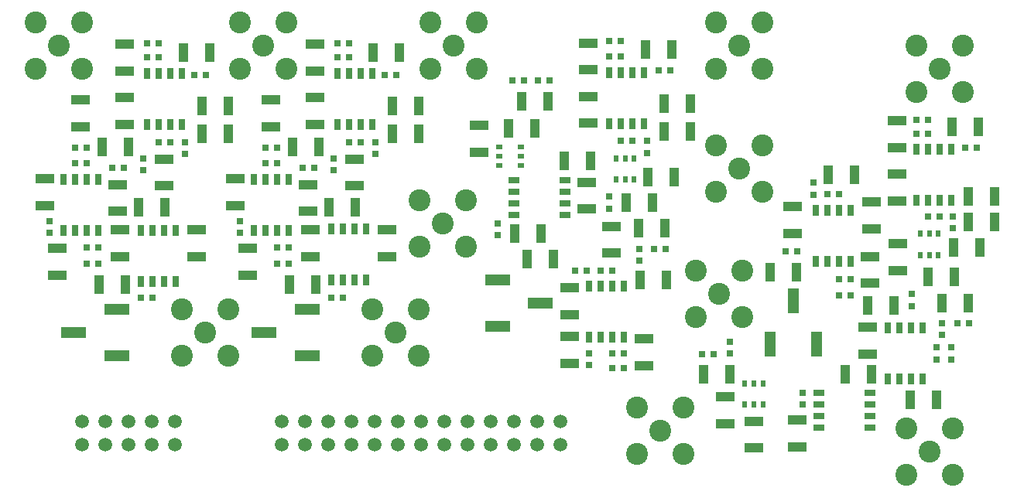
<source format=gts>
G04 (created by PCBNEW (2013-may-18)-stable) date 2014年03月12日 星期三 16时27分52秒*
%MOIN*%
G04 Gerber Fmt 3.4, Leading zero omitted, Abs format*
%FSLAX34Y34*%
G01*
G70*
G90*
G04 APERTURE LIST*
%ADD10C,0.00590551*%
%ADD11C,0.0593*%
%ADD12R,0.02X0.028*%
%ADD13R,0.028X0.02*%
%ADD14R,0.025X0.05*%
%ADD15R,0.05X0.025*%
%ADD16R,0.0275591X0.0314961*%
%ADD17R,0.0314961X0.0275591*%
%ADD18R,0.0787402X0.0433071*%
%ADD19R,0.0433071X0.0787402*%
%ADD20R,0.11X0.05*%
%ADD21R,0.05X0.11*%
%ADD22C,0.0944882*%
G04 APERTURE END LIST*
G54D10*
G54D11*
X43700Y-32300D03*
X43700Y-31300D03*
X44700Y-32300D03*
X44700Y-31300D03*
X45700Y-32300D03*
X45700Y-31300D03*
X46700Y-32300D03*
X46700Y-31300D03*
X47700Y-32300D03*
X47700Y-31300D03*
X64300Y-31300D03*
X64300Y-32300D03*
X61300Y-31300D03*
X61300Y-32300D03*
X60300Y-31300D03*
X60300Y-32300D03*
X52300Y-32300D03*
X52300Y-31300D03*
X53300Y-32300D03*
X53300Y-31300D03*
X54300Y-32300D03*
X54300Y-31300D03*
X55300Y-32300D03*
X55300Y-31300D03*
X56300Y-32300D03*
X56300Y-31300D03*
X57300Y-32300D03*
X57300Y-31300D03*
X58300Y-32300D03*
X58300Y-31300D03*
X59300Y-32300D03*
X59300Y-31300D03*
X62300Y-32300D03*
X62300Y-31300D03*
X63300Y-32300D03*
X63300Y-31300D03*
G54D12*
X73040Y-29640D03*
X72650Y-29640D03*
X72260Y-29640D03*
X72260Y-30560D03*
X72650Y-30560D03*
X73040Y-30560D03*
X66710Y-20860D03*
X67100Y-20860D03*
X67490Y-20860D03*
X67490Y-19940D03*
X67100Y-19940D03*
X66710Y-19940D03*
G54D13*
X62610Y-20240D03*
X62610Y-19850D03*
X62610Y-19460D03*
X61690Y-19460D03*
X61690Y-19850D03*
X61690Y-20240D03*
G54D12*
X79810Y-24110D03*
X80200Y-24110D03*
X80590Y-24110D03*
X80590Y-23190D03*
X80200Y-23190D03*
X79810Y-23190D03*
G54D14*
X67900Y-16250D03*
X67400Y-16250D03*
X66900Y-16250D03*
X66400Y-16250D03*
X66400Y-18450D03*
X66900Y-18450D03*
X67400Y-18450D03*
X67900Y-18450D03*
X65550Y-27650D03*
X66050Y-27650D03*
X66550Y-27650D03*
X67050Y-27650D03*
X67050Y-25450D03*
X66550Y-25450D03*
X66050Y-25450D03*
X65550Y-25450D03*
X56200Y-16300D03*
X55700Y-16300D03*
X55200Y-16300D03*
X54700Y-16300D03*
X54700Y-18500D03*
X55200Y-18500D03*
X55700Y-18500D03*
X56200Y-18500D03*
X48000Y-16300D03*
X47500Y-16300D03*
X47000Y-16300D03*
X46500Y-16300D03*
X46500Y-18500D03*
X47000Y-18500D03*
X47500Y-18500D03*
X48000Y-18500D03*
X75300Y-24400D03*
X75800Y-24400D03*
X76300Y-24400D03*
X76800Y-24400D03*
X76800Y-22200D03*
X76300Y-22200D03*
X75800Y-22200D03*
X75300Y-22200D03*
X42900Y-23050D03*
X43400Y-23050D03*
X43900Y-23050D03*
X44400Y-23050D03*
X44400Y-20850D03*
X43900Y-20850D03*
X43400Y-20850D03*
X42900Y-20850D03*
G54D15*
X77650Y-31550D03*
X77650Y-31050D03*
X77650Y-30550D03*
X77650Y-30050D03*
X75450Y-30050D03*
X75450Y-30550D03*
X75450Y-31050D03*
X75450Y-31550D03*
G54D14*
X47750Y-23050D03*
X47250Y-23050D03*
X46750Y-23050D03*
X46250Y-23050D03*
X46250Y-25250D03*
X46750Y-25250D03*
X47250Y-25250D03*
X47750Y-25250D03*
X55950Y-23000D03*
X55450Y-23000D03*
X54950Y-23000D03*
X54450Y-23000D03*
X54450Y-25200D03*
X54950Y-25200D03*
X55450Y-25200D03*
X55950Y-25200D03*
X51100Y-23050D03*
X51600Y-23050D03*
X52100Y-23050D03*
X52600Y-23050D03*
X52600Y-20850D03*
X52100Y-20850D03*
X51600Y-20850D03*
X51100Y-20850D03*
G54D15*
X64500Y-22400D03*
X64500Y-21900D03*
X64500Y-21400D03*
X64500Y-20900D03*
X62300Y-20900D03*
X62300Y-21400D03*
X62300Y-21900D03*
X62300Y-22400D03*
G54D14*
X79900Y-27250D03*
X79400Y-27250D03*
X78900Y-27250D03*
X78400Y-27250D03*
X78400Y-29450D03*
X78900Y-29450D03*
X79400Y-29450D03*
X79900Y-29450D03*
X81150Y-19550D03*
X80650Y-19550D03*
X80150Y-19550D03*
X79650Y-19550D03*
X79650Y-21750D03*
X80150Y-21750D03*
X80650Y-21750D03*
X81150Y-21750D03*
G54D16*
X69055Y-16150D03*
X68544Y-16150D03*
G54D17*
X54550Y-19944D03*
X54550Y-20455D03*
G54D16*
X66544Y-28350D03*
X67055Y-28350D03*
X66544Y-29000D03*
X67055Y-29000D03*
G54D17*
X67700Y-23844D03*
X67700Y-24355D03*
G54D16*
X73994Y-23950D03*
X74505Y-23950D03*
X66905Y-15550D03*
X66394Y-15550D03*
X63344Y-16600D03*
X63855Y-16600D03*
X62755Y-16600D03*
X62244Y-16600D03*
G54D17*
X68050Y-19194D03*
X68050Y-19705D03*
G54D16*
X67405Y-19200D03*
X66894Y-19200D03*
X75794Y-21500D03*
X76305Y-21500D03*
X66905Y-14900D03*
X66394Y-14900D03*
X81394Y-27050D03*
X81905Y-27050D03*
X80155Y-18300D03*
X79644Y-18300D03*
G54D17*
X81150Y-28094D03*
X81150Y-28605D03*
X80500Y-28605D03*
X80500Y-28094D03*
G54D16*
X80155Y-18900D03*
X79644Y-18900D03*
X80655Y-22450D03*
X80144Y-22450D03*
G54D17*
X71600Y-28355D03*
X71600Y-27844D03*
G54D16*
X70905Y-28400D03*
X70394Y-28400D03*
G54D17*
X81200Y-22444D03*
X81200Y-22955D03*
X80750Y-27044D03*
X80750Y-27555D03*
G54D16*
X66044Y-24800D03*
X66555Y-24800D03*
X82255Y-19500D03*
X81744Y-19500D03*
G54D17*
X74750Y-30555D03*
X74750Y-30044D03*
X79450Y-25794D03*
X79450Y-26305D03*
G54D16*
X76294Y-25850D03*
X76805Y-25850D03*
X76294Y-25150D03*
X76805Y-25150D03*
X68344Y-23850D03*
X68855Y-23850D03*
G54D17*
X65550Y-28855D03*
X65550Y-28344D03*
X75200Y-21505D03*
X75200Y-20994D03*
G54D16*
X65455Y-24800D03*
X64944Y-24800D03*
X46755Y-25950D03*
X46244Y-25950D03*
X49055Y-16350D03*
X48544Y-16350D03*
X55205Y-15000D03*
X54694Y-15000D03*
X55205Y-15600D03*
X54694Y-15600D03*
G54D17*
X48150Y-19244D03*
X48150Y-19755D03*
G54D16*
X47505Y-19250D03*
X46994Y-19250D03*
X47005Y-15600D03*
X46494Y-15600D03*
X47005Y-15000D03*
X46494Y-15000D03*
X55705Y-19250D03*
X55194Y-19250D03*
G54D17*
X56350Y-19244D03*
X56350Y-19755D03*
X61600Y-22744D03*
X61600Y-23255D03*
G54D16*
X57255Y-16350D03*
X56744Y-16350D03*
X45505Y-20350D03*
X44994Y-20350D03*
G54D17*
X46350Y-19944D03*
X46350Y-20455D03*
G54D16*
X52094Y-24500D03*
X52605Y-24500D03*
X52094Y-23800D03*
X52605Y-23800D03*
X51594Y-20150D03*
X52105Y-20150D03*
X51594Y-19500D03*
X52105Y-19500D03*
G54D17*
X50500Y-22644D03*
X50500Y-23155D03*
G54D16*
X53705Y-20350D03*
X53194Y-20350D03*
X43894Y-24500D03*
X44405Y-24500D03*
X43894Y-23800D03*
X44405Y-23800D03*
G54D17*
X42300Y-22644D03*
X42300Y-23155D03*
G54D16*
X43394Y-20150D03*
X43905Y-20150D03*
X43394Y-19500D03*
X43905Y-19500D03*
X54955Y-25950D03*
X54444Y-25950D03*
G54D17*
X66400Y-21594D03*
X66400Y-22105D03*
G54D18*
X55450Y-19979D03*
X55450Y-21120D03*
X78800Y-20629D03*
X78800Y-21770D03*
G54D19*
X81879Y-21600D03*
X83020Y-21600D03*
X81879Y-22700D03*
X83020Y-22700D03*
G54D18*
X72650Y-31279D03*
X72650Y-32420D03*
G54D19*
X52779Y-19450D03*
X53920Y-19450D03*
X52629Y-25400D03*
X53770Y-25400D03*
G54D18*
X71400Y-31370D03*
X71400Y-30229D03*
X50850Y-23829D03*
X50850Y-24970D03*
G54D19*
X68079Y-20750D03*
X69220Y-20750D03*
G54D18*
X51850Y-18570D03*
X51850Y-17429D03*
X50300Y-20829D03*
X50300Y-21970D03*
X53450Y-22220D03*
X53450Y-21079D03*
X77700Y-22970D03*
X77700Y-21829D03*
G54D19*
X56229Y-15400D03*
X57370Y-15400D03*
X81270Y-25050D03*
X80129Y-25050D03*
X81179Y-18600D03*
X82320Y-18600D03*
G54D18*
X53750Y-17329D03*
X53750Y-18470D03*
G54D19*
X57079Y-17700D03*
X58220Y-17700D03*
G54D18*
X77650Y-25320D03*
X77650Y-24179D03*
G54D19*
X57079Y-18900D03*
X58220Y-18900D03*
G54D18*
X56850Y-24170D03*
X56850Y-23029D03*
X53550Y-24170D03*
X53550Y-23029D03*
G54D19*
X81229Y-23800D03*
X82370Y-23800D03*
X75829Y-20650D03*
X76970Y-20650D03*
G54D18*
X74300Y-22029D03*
X74300Y-23170D03*
G54D19*
X74470Y-24850D03*
X73329Y-24850D03*
G54D18*
X53750Y-15029D03*
X53750Y-16170D03*
G54D19*
X55470Y-22050D03*
X54329Y-22050D03*
G54D18*
X42100Y-20829D03*
X42100Y-21970D03*
X65500Y-14979D03*
X65500Y-16120D03*
X65450Y-22120D03*
X65450Y-20979D03*
G54D19*
X63770Y-17500D03*
X62629Y-17500D03*
X68820Y-22950D03*
X67679Y-22950D03*
X65620Y-20050D03*
X64479Y-20050D03*
X62329Y-23200D03*
X63470Y-23200D03*
G54D18*
X78800Y-18329D03*
X78800Y-19470D03*
X66500Y-24020D03*
X66500Y-22879D03*
X42650Y-23829D03*
X42650Y-24970D03*
X45250Y-22220D03*
X45250Y-21079D03*
G54D19*
X68779Y-18800D03*
X69920Y-18800D03*
G54D18*
X43650Y-18570D03*
X43650Y-17429D03*
G54D19*
X44429Y-25400D03*
X45570Y-25400D03*
X48079Y-15400D03*
X49220Y-15400D03*
G54D18*
X45550Y-17329D03*
X45550Y-18470D03*
G54D19*
X48879Y-17700D03*
X50020Y-17700D03*
X48879Y-18900D03*
X50020Y-18900D03*
G54D18*
X45550Y-15029D03*
X45550Y-16170D03*
G54D19*
X47270Y-22050D03*
X46129Y-22050D03*
G54D18*
X45350Y-24170D03*
X45350Y-23029D03*
X48650Y-24170D03*
X48650Y-23029D03*
G54D19*
X68779Y-17600D03*
X69920Y-17600D03*
X78670Y-26300D03*
X77529Y-26300D03*
G54D18*
X77550Y-28370D03*
X77550Y-27229D03*
G54D19*
X79379Y-30350D03*
X80520Y-30350D03*
X70479Y-29250D03*
X71620Y-29250D03*
X81870Y-26200D03*
X80729Y-26200D03*
X76579Y-29250D03*
X77720Y-29250D03*
G54D18*
X74500Y-31229D03*
X74500Y-32370D03*
X47250Y-19979D03*
X47250Y-21120D03*
X78850Y-23629D03*
X78850Y-24770D03*
G54D19*
X62079Y-18650D03*
X63220Y-18650D03*
G54D18*
X60800Y-19670D03*
X60800Y-18529D03*
G54D19*
X68270Y-21850D03*
X67129Y-21850D03*
X44579Y-19450D03*
X45720Y-19450D03*
G54D18*
X64700Y-27629D03*
X64700Y-28770D03*
G54D19*
X68870Y-25200D03*
X67729Y-25200D03*
G54D18*
X64700Y-25529D03*
X64700Y-26670D03*
G54D19*
X64020Y-24300D03*
X62879Y-24300D03*
G54D18*
X67900Y-28870D03*
X67900Y-27729D03*
G54D19*
X67979Y-15250D03*
X69120Y-15250D03*
G54D18*
X65500Y-17279D03*
X65500Y-18420D03*
G54D20*
X43350Y-27450D03*
X45200Y-28450D03*
X45200Y-26450D03*
X63450Y-26200D03*
X61600Y-25200D03*
X61600Y-27200D03*
X51550Y-27450D03*
X53400Y-28450D03*
X53400Y-26450D03*
G54D21*
X74350Y-26100D03*
X73350Y-27950D03*
X75350Y-27950D03*
G54D22*
X42700Y-15100D03*
X41700Y-14100D03*
X43700Y-14100D03*
X43700Y-16100D03*
X41700Y-16100D03*
X71150Y-25800D03*
X70150Y-24800D03*
X72150Y-24800D03*
X72150Y-26800D03*
X70150Y-26800D03*
X80200Y-32600D03*
X79200Y-31600D03*
X81200Y-31600D03*
X81200Y-33600D03*
X79200Y-33600D03*
X59700Y-15100D03*
X58700Y-14100D03*
X60700Y-14100D03*
X60700Y-16100D03*
X58700Y-16100D03*
X72000Y-20400D03*
X71000Y-19400D03*
X73000Y-19400D03*
X73000Y-21400D03*
X71000Y-21400D03*
X68600Y-31700D03*
X67600Y-30700D03*
X69600Y-30700D03*
X69600Y-32700D03*
X67600Y-32700D03*
X59250Y-22750D03*
X58250Y-21750D03*
X60250Y-21750D03*
X60250Y-23750D03*
X58250Y-23750D03*
X57200Y-27450D03*
X56200Y-26450D03*
X58200Y-26450D03*
X58200Y-28450D03*
X56200Y-28450D03*
X49000Y-27450D03*
X48000Y-26450D03*
X50000Y-26450D03*
X50000Y-28450D03*
X48000Y-28450D03*
X80650Y-16100D03*
X79650Y-15100D03*
X81650Y-15100D03*
X81650Y-17100D03*
X79650Y-17100D03*
X72000Y-15100D03*
X71000Y-14100D03*
X73000Y-14100D03*
X73000Y-16100D03*
X71000Y-16100D03*
X51500Y-15100D03*
X50500Y-14100D03*
X52500Y-14100D03*
X52500Y-16100D03*
X50500Y-16100D03*
M02*

</source>
